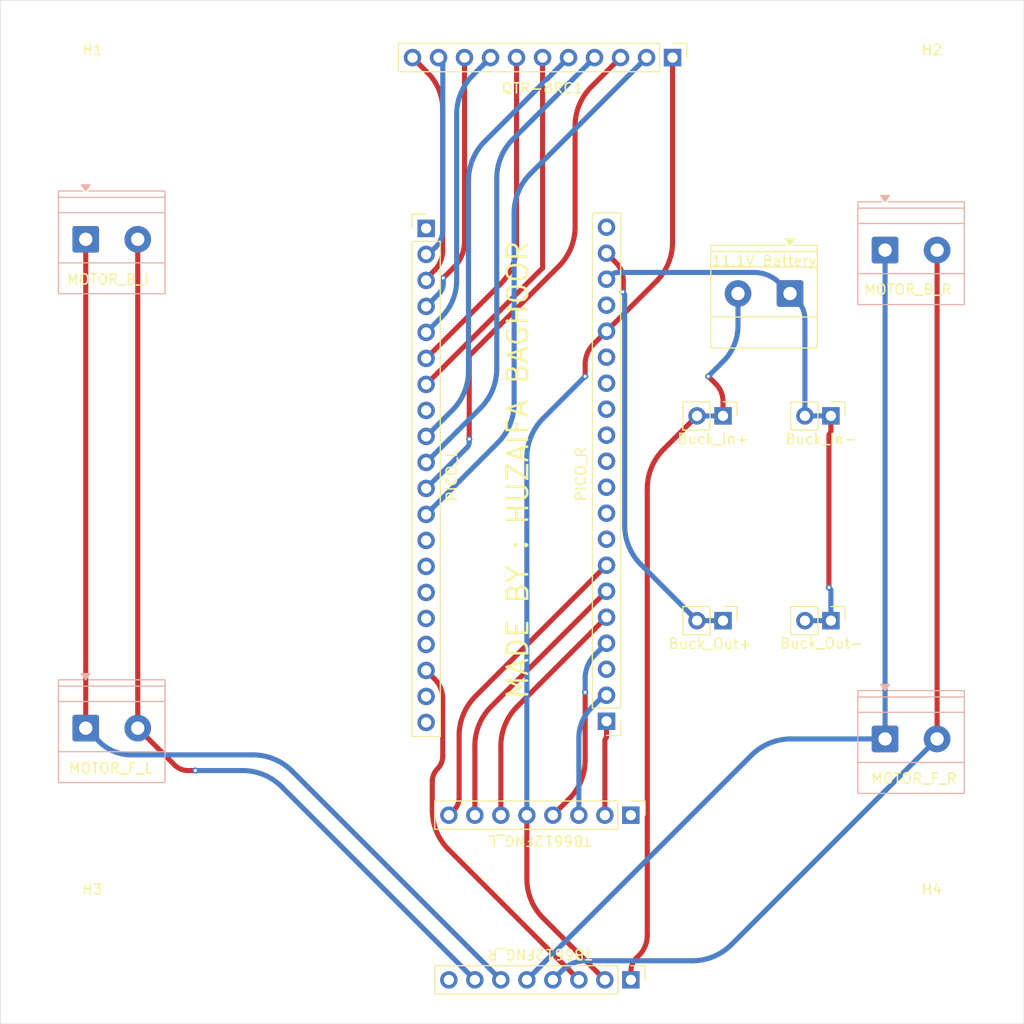
<source format=kicad_pcb>
(kicad_pcb (version 20241229) (generator "pcbnew") (generator_version "9.0")
  (layers (0 "F.Cu" signal) (2 "B.Cu" signal) (13 "F.Paste" user) (15 "B.Paste" user) (5 "F.SilkS" user "F.Silkscreen") (7 "B.SilkS" user "B.Silkscreen") (1 "F.Mask" user) (3 "B.Mask" user) (25 "Edge.Cuts" user))
  (net 0 "")
  (net 1 "VCC")
  (net 2 "GND")
  (net 3 "Net-(MotorBL1-Pin_1)")
  (net 4 "Net-(MotorBR1-Pin_2)")
  (net 5 "Net-(MotorBR1-Pin_1)")
  (net 6 "/BuckOut")
  (net 8 "Net-(PicoL1-Pin_2)")
  (net 10 "Net-(PicoL1-Pin_12)")
  (net 11 "Net-(PicoL1-Pin_10)")
  (net 13 "Net-(PicoL1-Pin_4)")
  (net 14 "Net-(PicoL1-Pin_7)")
  (net 16 "Net-(PicoL1-Pin_6)")
  (net 17 "Net-(PicoL1-Pin_9)")
  (net 20 "Net-(PicoL1-Pin_11)")
  (net 22 "Net-(PicoL1-Pin_5)")
  (net 24 "Net-(PicoR1-Pin_6)")
  (net 25 "Net-(PicoR1-Pin_4)")
  (net 26 "Net-(PicoR1-Pin_5)")
  (net 29 "Net-(PicoR1-Pin_2)")
  (net 33 "/3V3_OUT")
  (net 35 "Net-(PicoR1-Pin_1)")
  (net 36 "Net-(PicoR1-Pin_7)")
  (net 38 "Net-(MotorBL1-Pin_2)")
  (net 39 "GND3")
  (net 41 "GND18")
  (footprint "Connector_PinHeader_2.54mm:PinHeader_1x02_P2.54mm_Vertical" (layer "F.Cu") (at 81.14 60.6 -90)
    (property "Reference" "Buck_OUT-1" (hide yes))
    (property "Value" "Conn_01x02" (hide yes))
    (fp_line (start -1.38 3.92) (end 1.38 3.92) (stroke (width 0.12)) (layer "F.SilkS"))
    (fp_line (start -1.38 1.27) (end -1.38 3.92) (stroke (width 0.12)) (layer "F.SilkS"))
    (fp_line (start -1.38 1.27) (end 1.38 1.27) (stroke (width 0.12)) (layer "F.SilkS"))
    (fp_line (start 1.38 1.27) (end 1.38 3.92) (stroke (width 0.12)) (layer "F.SilkS"))
    (fp_line (start -1.38 0) (end -1.38 -1.38) (stroke (width 0.12)) (layer "F.SilkS"))
    (fp_line (start -1.38 -1.38) (end 0 -1.38) (stroke (width 0.12)) (layer "F.SilkS"))
    (pad "1" thru_hole rect (at 0 0 270) (size 1.7 1.7) (drill 1) (layers "*.Cu" "*.Mask") (net 2 "GND"))
    (pad "2" thru_hole circle (at 0 2.54 270) (size 1.7 1.7) (drill 1) (layers "*.Cu" "*.Mask") (net 2 "GND"))
  )
  (footprint "Connector_PinHeader_2.54mm:PinHeader_1x02_P2.54mm_Vertical" (layer "F.Cu") (at 81.14 40.6 -90)
    (property "Reference" "Buck_IN-1" (hide yes))
    (property "Value" "Conn_01x02" (hide yes))
    (fp_line (start -1.38 3.92) (end 1.38 3.92) (stroke (width 0.12)) (layer "F.SilkS"))
    (fp_line (start -1.38 1.27) (end -1.38 3.92) (stroke (width 0.12)) (layer "F.SilkS"))
    (fp_line (start -1.38 1.27) (end 1.38 1.27) (stroke (width 0.12)) (layer "F.SilkS"))
    (fp_line (start 1.38 1.27) (end 1.38 3.92) (stroke (width 0.12)) (layer "F.SilkS"))
    (fp_line (start -1.38 0) (end -1.38 -1.38) (stroke (width 0.12)) (layer "F.SilkS"))
    (fp_line (start -1.38 -1.38) (end 0 -1.38) (stroke (width 0.12)) (layer "F.SilkS"))
    (pad "1" thru_hole rect (at 0 0 270) (size 1.7 1.7) (drill 1) (layers "*.Cu" "*.Mask") (net 2 "GND"))
    (pad "2" thru_hole circle (at 0 2.54 270) (size 1.7 1.7) (drill 1) (layers "*.Cu" "*.Mask") (net 2 "GND"))
  )
  (footprint "Connector_PinHeader_2.54mm:PinHeader_1x08_P2.54mm_Vertical" (layer "F.Cu") (at 61.6 95.688 -90)
    (property "Reference" "TB6612FNGR1" (hide yes))
    (property "Value" "Conn_01x08" (hide yes))
    (fp_line (start -1.38 19.16) (end 1.38 19.16) (stroke (width 0.12)) (layer "F.SilkS"))
    (fp_line (start -1.38 1.27) (end -1.38 19.16) (stroke (width 0.12)) (layer "F.SilkS"))
    (fp_line (start -1.38 1.27) (end 1.38 1.27) (stroke (width 0.12)) (layer "F.SilkS"))
    (fp_line (start 1.38 1.27) (end 1.38 19.16) (stroke (width 0.12)) (layer "F.SilkS"))
    (fp_line (start -1.38 0) (end -1.38 -1.38) (stroke (width 0.12)) (layer "F.SilkS"))
    (fp_line (start -1.38 -1.38) (end 0 -1.38) (stroke (width 0.12)) (layer "F.SilkS"))
    (pad "1" thru_hole rect (at 0 0 270) (size 1.7 1.7) (drill 1) (layers "*.Cu" "*.Mask") (net 1 "VCC"))
    (pad "2" thru_hole circle (at 0 2.54 270) (size 1.7 1.7) (drill 1) (layers "*.Cu" "*.Mask") (net 33 "/3V3_OUT"))
    (pad "3" thru_hole circle (at 0 5.08 270) (size 1.7 1.7) (drill 1) (layers "*.Cu" "*.Mask") (net 41 "GND18"))
    (pad "4" thru_hole circle (at 0 7.62 270) (size 1.7 1.7) (drill 1) (layers "*.Cu" "*.Mask") (net 4 "Net-(MotorBR1-Pin_2)"))
    (pad "5" thru_hole circle (at 0 10.16 270) (size 1.7 1.7) (drill 1) (layers "*.Cu" "*.Mask") (net 5 "Net-(MotorBR1-Pin_1)"))
    (pad "6" thru_hole circle (at 0 12.7 270) (size 1.7 1.7) (drill 1) (layers "*.Cu" "*.Mask") (net 3 "Net-(MotorBL1-Pin_1)"))
    (pad "7" thru_hole circle (at 0 15.24 270) (size 1.7 1.7) (drill 1) (layers "*.Cu" "*.Mask") (net 38 "Net-(MotorBL1-Pin_2)"))
    (pad "8" thru_hole circle (at 0 17.78 270) (size 1.7 1.7) (drill 1) (layers "*.Cu" "*.Mask"))
  )
  (footprint "MountingHole:MountingHole_3.2mm_M3" (layer "F.Cu") (at 91 9)
    (property "Reference" "H2" (at 0 -4.15 0) (layer "F.SilkS"))
    (property "Value" "MountingHole")
    (pad "" np_thru_hole circle (at 0 0) (size 3.2 3.2) (drill 3.2) (layers "*.Cu" "*.Mask"))
  )
  (footprint "Connector_PinHeader_2.54mm:PinHeader_1x02_P2.54mm_Vertical" (layer "F.Cu") (at 70.6 60.6 -90)
    (property "Reference" "Buck_OUT+1" (hide yes))
    (property "Value" "Conn_01x02" (hide yes))
    (fp_line (start -1.38 3.92) (end 1.38 3.92) (stroke (width 0.12)) (layer "F.SilkS"))
    (fp_line (start -1.38 1.27) (end -1.38 3.92) (stroke (width 0.12)) (layer "F.SilkS"))
    (fp_line (start -1.38 1.27) (end 1.38 1.27) (stroke (width 0.12)) (layer "F.SilkS"))
    (fp_line (start 1.38 1.27) (end 1.38 3.92) (stroke (width 0.12)) (layer "F.SilkS"))
    (fp_line (start -1.38 0) (end -1.38 -1.38) (stroke (width 0.12)) (layer "F.SilkS"))
    (fp_line (start -1.38 -1.38) (end 0 -1.38) (stroke (width 0.12)) (layer "F.SilkS"))
    (pad "1" thru_hole rect (at 0 0 270) (size 1.7 1.7) (drill 1) (layers "*.Cu" "*.Mask") (net 6 "/BuckOut"))
    (pad "2" thru_hole circle (at 0 2.54 270) (size 1.7 1.7) (drill 1) (layers "*.Cu" "*.Mask") (net 6 "/BuckOut"))
  )
  (footprint "Connector_PinHeader_2.54mm:PinHeader_1x20_P2.54mm_Vertical" (layer "F.Cu") (at 59.22 70.4266 180)
    (property "Reference" "PicoR1" (hide yes))
    (property "Value" "Conn_01x20" (hide yes))
    (fp_line (start 1.38 1.27) (end 1.38 49.64) (stroke (width 0.12)) (layer "F.SilkS"))
    (fp_line (start -1.38 49.64) (end 1.38 49.64) (stroke (width 0.12)) (layer "F.SilkS"))
    (fp_line (start -1.38 1.27) (end 1.38 1.27) (stroke (width 0.12)) (layer "F.SilkS"))
    (fp_line (start -1.38 1.27) (end -1.38 49.64) (stroke (width 0.12)) (layer "F.SilkS"))
    (fp_line (start -1.38 0) (end -1.38 -1.38) (stroke (width 0.12)) (layer "F.SilkS"))
    (fp_line (start -1.38 -1.38) (end 0 -1.38) (stroke (width 0.12)) (layer "F.SilkS"))
    (pad "1" thru_hole rect (at 0 0 180) (size 1.7 1.7) (drill 1) (layers "*.Cu" "*.Mask") (net 35 "Net-(PicoR1-Pin_1)"))
    (pad "2" thru_hole circle (at 0 2.54 180) (size 1.7 1.7) (drill 1) (layers "*.Cu" "*.Mask") (net 29 "Net-(PicoR1-Pin_2)"))
    (pad "3" thru_hole circle (at 0 5.08 180) (size 1.7 1.7) (drill 1) (layers "*.Cu" "*.Mask"))
    (pad "4" thru_hole circle (at 0 7.62 180) (size 1.7 1.7) (drill 1) (layers "*.Cu" "*.Mask") (net 25 "Net-(PicoR1-Pin_4)"))
    (pad "5" thru_hole circle (at 0 10.16 180) (size 1.7 1.7) (drill 1) (layers "*.Cu" "*.Mask") (net 26 "Net-(PicoR1-Pin_5)"))
    (pad "6" thru_hole circle (at 0 12.7 180) (size 1.7 1.7) (drill 1) (layers "*.Cu" "*.Mask") (net 24 "Net-(PicoR1-Pin_6)"))
    (pad "7" thru_hole circle (at 0 15.24 180) (size 1.7 1.7) (drill 1) (layers "*.Cu" "*.Mask") (net 36 "Net-(PicoR1-Pin_7)"))
    (pad "8" thru_hole circle (at 0 17.78 180) (size 1.7 1.7) (drill 1) (layers "*.Cu" "*.Mask"))
    (pad "9" thru_hole circle (at 0 20.32 180) (size 1.7 1.7) (drill 1) (layers "*.Cu" "*.Mask"))
    (pad "10" thru_hole circle (at 0 22.86 180) (size 1.7 1.7) (drill 1) (layers "*.Cu" "*.Mask"))
    (pad "11" thru_hole circle (at 0 25.4 180) (size 1.7 1.7) (drill 1) (layers "*.Cu" "*.Mask"))
    (pad "12" thru_hole circle (at 0 27.94 180) (size 1.7 1.7) (drill 1) (layers "*.Cu" "*.Mask"))
    (pad "13" thru_hole circle (at 0 30.48 180) (size 1.7 1.7) (drill 1) (layers "*.Cu" "*.Mask"))
    (pad "14" thru_hole circle (at 0 33.02 180) (size 1.7 1.7) (drill 1) (layers "*.Cu" "*.Mask"))
    (pad "15" thru_hole circle (at 0 35.56 180) (size 1.7 1.7) (drill 1) (layers "*.Cu" "*.Mask"))
    (pad "16" thru_hole circle (at 0 38.1 180) (size 1.7 1.7) (drill 1) (layers "*.Cu" "*.Mask") (net 33 "/3V3_OUT"))
    (pad "17" thru_hole circle (at 0 40.64 180) (size 1.7 1.7) (drill 1) (layers "*.Cu" "*.Mask"))
    (pad "18" thru_hole circle (at 0 43.18 180) (size 1.7 1.7) (drill 1) (layers "*.Cu" "*.Mask") (net 2 "GND"))
    (pad "19" thru_hole circle (at 0 45.72 180) (size 1.7 1.7) (drill 1) (layers "*.Cu" "*.Mask") (net 6 "/BuckOut"))
    (pad "20" thru_hole circle (at 0 48.26 180) (size 1.7 1.7) (drill 1) (layers "*.Cu" "*.Mask"))
  )
  (footprint "MountingHole:MountingHole_3.2mm_M3" (layer "F.Cu") (at 91 91)
    (property "Reference" "H4" (at 0 -4.15 0) (layer "F.SilkS"))
    (property "Value" "MountingHole")
    (pad "" np_thru_hole circle (at 0 0) (size 3.2 3.2) (drill 3.2) (layers "*.Cu" "*.Mask"))
  )
  (footprint "Connector_PinHeader_2.54mm:PinHeader_1x08_P2.54mm_Vertical" (layer "F.Cu") (at 61.6 79.6 -90)
    (property "Reference" "TB6612FNGL1" (hide yes))
    (property "Value" "Conn_01x08" (hide yes))
    (fp_line (start -1.38 19.16) (end 1.38 19.16) (stroke (width 0.12)) (layer "F.SilkS"))
    (fp_line (start -1.38 1.27) (end -1.38 19.16) (stroke (width 0.12)) (layer "F.SilkS"))
    (fp_line (start -1.38 1.27) (end 1.38 1.27) (stroke (width 0.12)) (layer "F.SilkS"))
    (fp_line (start 1.38 1.27) (end 1.38 19.16) (stroke (width 0.12)) (layer "F.SilkS"))
    (fp_line (start -1.38 0) (end -1.38 -1.38) (stroke (width 0.12)) (layer "F.SilkS"))
    (fp_line (start -1.38 -1.38) (end 0 -1.38) (stroke (width 0.12)) (layer "F.SilkS"))
    (pad "1" thru_hole rect (at 0 0 270) (size 1.7 1.7) (drill 1) (layers "*.Cu" "*.Mask"))
    (pad "2" thru_hole circle (at 0 2.54 270) (size 1.7 1.7) (drill 1) (layers "*.Cu" "*.Mask") (net 35 "Net-(PicoR1-Pin_1)"))
    (pad "3" thru_hole circle (at 0 5.08 270) (size 1.7 1.7) (drill 1) (layers "*.Cu" "*.Mask") (net 29 "Net-(PicoR1-Pin_2)"))
    (pad "4" thru_hole circle (at 0 7.62 270) (size 1.7 1.7) (drill 1) (layers "*.Cu" "*.Mask") (net 25 "Net-(PicoR1-Pin_4)"))
    (pad "5" thru_hole circle (at 0 10.16 270) (size 1.7 1.7) (drill 1) (layers "*.Cu" "*.Mask") (net 33 "/3V3_OUT"))
    (pad "6" thru_hole circle (at 0 12.7 270) (size 1.7 1.7) (drill 1) (layers "*.Cu" "*.Mask") (net 26 "Net-(PicoR1-Pin_5)"))
    (pad "7" thru_hole circle (at 0 15.24 270) (size 1.7 1.7) (drill 1) (layers "*.Cu" "*.Mask") (net 24 "Net-(PicoR1-Pin_6)"))
    (pad "8" thru_hole circle (at 0 17.78 270) (size 1.7 1.7) (drill 1) (layers "*.Cu" "*.Mask") (net 36 "Net-(PicoR1-Pin_7)"))
  )
  (footprint "Connector_PinHeader_2.54mm:PinHeader_1x11_P2.54mm_Vertical" (layer "F.Cu") (at 65.6702 5.6 -90)
    (property "Reference" "QTR-8RC1" (hide yes))
    (property "Value" "Conn_01x11" (hide yes))
    (fp_line (start -1.38 26.78) (end 1.38 26.78) (stroke (width 0.12)) (layer "F.SilkS"))
    (fp_line (start -1.38 1.27) (end -1.38 26.78) (stroke (width 0.12)) (layer "F.SilkS"))
    (fp_line (start -1.38 1.27) (end 1.38 1.27) (stroke (width 0.12)) (layer "F.SilkS"))
    (fp_line (start 1.38 1.27) (end 1.38 26.78) (stroke (width 0.12)) (layer "F.SilkS"))
    (fp_line (start -1.38 0) (end -1.38 -1.38) (stroke (width 0.12)) (layer "F.SilkS"))
    (fp_line (start -1.38 -1.38) (end 0 -1.38) (stroke (width 0.12)) (layer "F.SilkS"))
    (pad "1" thru_hole rect (at 0 0 270) (size 1.7 1.7) (drill 1) (layers "*.Cu" "*.Mask") (net 33 "/3V3_OUT"))
    (pad "2" thru_hole circle (at 0 2.54 270) (size 1.7 1.7) (drill 1) (layers "*.Cu" "*.Mask") (net 10 "Net-(PicoL1-Pin_12)"))
    (pad "3" thru_hole circle (at 0 5.08 270) (size 1.7 1.7) (drill 1) (layers "*.Cu" "*.Mask") (net 20 "Net-(PicoL1-Pin_11)"))
    (pad "4" thru_hole circle (at 0 7.62 270) (size 1.7 1.7) (drill 1) (layers "*.Cu" "*.Mask") (net 11 "Net-(PicoL1-Pin_10)"))
    (pad "5" thru_hole circle (at 0 10.16 270) (size 1.7 1.7) (drill 1) (layers "*.Cu" "*.Mask") (net 17 "Net-(PicoL1-Pin_9)"))
    (pad "6" thru_hole circle (at 0 12.7 270) (size 1.7 1.7) (drill 1) (layers "*.Cu" "*.Mask") (net 14 "Net-(PicoL1-Pin_7)"))
    (pad "7" thru_hole circle (at 0 15.24 270) (size 1.7 1.7) (drill 1) (layers "*.Cu" "*.Mask") (net 16 "Net-(PicoL1-Pin_6)"))
    (pad "8" thru_hole circle (at 0 17.78 270) (size 1.7 1.7) (drill 1) (layers "*.Cu" "*.Mask") (net 22 "Net-(PicoL1-Pin_5)"))
    (pad "9" thru_hole circle (at 0 20.32 270) (size 1.7 1.7) (drill 1) (layers "*.Cu" "*.Mask") (net 13 "Net-(PicoL1-Pin_4)"))
    (pad "10" thru_hole circle (at 0 22.86 270) (size 1.7 1.7) (drill 1) (layers "*.Cu" "*.Mask") (net 8 "Net-(PicoL1-Pin_2)"))
    (pad "11" thru_hole circle (at 0 25.4 270) (size 1.7 1.7) (drill 1) (layers "*.Cu" "*.Mask") (net 39 "GND3"))
  )
  (footprint "MountingHole:MountingHole_3.2mm_M3" (layer "F.Cu") (at 9 9)
    (property "Reference" "H1" (at 0 -4.15 0) (layer "F.SilkS"))
    (property "Value" "MountingHole")
    (pad "" np_thru_hole circle (at 0 0) (size 3.2 3.2) (drill 3.2) (layers "*.Cu" "*.Mask"))
  )
  (footprint "MountingHole:MountingHole_3.2mm_M3" (layer "F.Cu") (at 9 91)
    (property "Reference" "H3" (at 0 -4.15 0) (layer "F.SilkS"))
    (property "Value" "MountingHole")
    (pad "" np_thru_hole circle (at 0 0) (size 3.2 3.2) (drill 3.2) (layers "*.Cu" "*.Mask"))
  )
  (footprint "Connector_PinHeader_2.54mm:PinHeader_1x02_P2.54mm_Vertical" (layer "F.Cu") (at 70.6 40.6 -90)
    (property "Reference" "Buck_IN+1" (hide yes))
    (property "Value" "Conn_01x02" (hide yes))
    (fp_line (start -1.38 3.92) (end 1.38 3.92) (stroke (width 0.12)) (layer "F.SilkS"))
    (fp_line (start -1.38 1.27) (end -1.38 3.92) (stroke (width 0.12)) (layer "F.SilkS"))
    (fp_line (start -1.38 1.27) (end 1.38 1.27) (stroke (width 0.12)) (layer "F.SilkS"))
    (fp_line (start 1.38 1.27) (end 1.38 3.92) (stroke (width 0.12)) (layer "F.SilkS"))
    (fp_line (start -1.38 0) (end -1.38 -1.38) (stroke (width 0.12)) (layer "F.SilkS"))
    (fp_line (start -1.38 -1.38) (end 0 -1.38) (stroke (width 0.12)) (layer "F.SilkS"))
    (pad "1" thru_hole rect (at 0 0 270) (size 1.7 1.7) (drill 1) (layers "*.Cu" "*.Mask") (net 1 "VCC"))
    (pad "2" thru_hole circle (at 0 2.54 270) (size 1.7 1.7) (drill 1) (layers "*.Cu" "*.Mask") (net 1 "VCC"))
  )
  (footprint "TerminalBlock_Phoenix:TerminalBlock_Phoenix_MKDS-1,5-2-5.08_1x02_P5.08mm_Horizontal" (layer "F.Cu") (at 77.145 28.646 180)
    (property "Reference" "Battery1" (hide yes))
    (property "Value" "Conn_01x02" (hide yes))
    (fp_line (start 7.74 4.72) (end 0.3 4.72) (stroke (width 0.12)) (layer "F.SilkS"))
    (fp_line (start 7.74 -5.32) (end 7.74 4.72) (stroke (width 0.12)) (layer "F.SilkS"))
    (fp_line (start -0.3 4.72) (end -2.66 4.72) (stroke (width 0.12)) (layer "F.SilkS"))
    (fp_line (start -2.66 4.72) (end -2.66 -5.32) (stroke (width 0.12)) (layer "F.SilkS"))
    (fp_line (start -2.66 4.1) (end 7.74 4.1) (stroke (width 0.12)) (layer "F.SilkS"))
    (fp_line (start -2.66 2.6) (end 7.74 2.6) (stroke (width 0.12)) (layer "F.SilkS"))
    (fp_line (start -2.66 -2.3) (end 7.74 -2.3) (stroke (width 0.12)) (layer "F.SilkS"))
    (fp_line (start -2.66 -5.32) (end 7.74 -5.32) (stroke (width 0.12)) (layer "F.SilkS"))
    (fp_poly (pts (xy 0 4.72) (xy 0.44 5.33) (xy -0.44 5.33)) (stroke (width 0.12)) (fill yes) (layer "F.SilkS"))
    (pad "1" thru_hole roundrect (at 0 0 180) (size 2.6 2.6) (drill 1.3) (layers "*.Cu" "*.Mask") (roundrect_rratio 0.096154) (net 2 "GND"))
    (pad "2" thru_hole circle (at 5.08 0 180) (size 2.6 2.6) (drill 1.3) (layers "*.Cu" "*.Mask") (net 1 "VCC"))
  )
  (footprint "Connector_PinHeader_2.54mm:PinHeader_1x20_P2.54mm_Vertical" (layer "F.Cu") (at 41.6 22.2866)
    (property "Reference" "PicoL1" (hide yes))
    (property "Value" "Conn_01x20" (hide yes))
    (fp_line (start -1.38 -1.38) (end 0 -1.38) (stroke (width 0.12)) (layer "F.SilkS"))
    (fp_line (start -1.38 0) (end -1.38 -1.38) (stroke (width 0.12)) (layer "F.SilkS"))
    (fp_line (start -1.38 1.27) (end -1.38 49.64) (stroke (width 0.12)) (layer "F.SilkS"))
    (fp_line (start -1.38 1.27) (end 1.38 1.27) (stroke (width 0.12)) (layer "F.SilkS"))
    (fp_line (start -1.38 49.64) (end 1.38 49.64) (stroke (width 0.12)) (layer "F.SilkS"))
    (fp_line (start 1.38 1.27) (end 1.38 49.64) (stroke (width 0.12)) (layer "F.SilkS"))
    (pad "1" thru_hole rect (at 0 0) (size 1.7 1.7) (drill 1) (layers "*.Cu" "*.Mask"))
    (pad "2" thru_hole circle (at 0 2.54) (size 1.7 1.7) (drill 1) (layers "*.Cu" "*.Mask") (net 8 "Net-(PicoL1-Pin_2)"))
    (pad "3" thru_hole circle (at 0 5.08) (size 1.7 1.7) (drill 1) (layers "*.Cu" "*.Mask") (net 39 "GND3"))
    (pad "4" thru_hole circle (at 0 7.62) (size 1.7 1.7) (drill 1) (layers "*.Cu" "*.Mask") (net 13 "Net-(PicoL1-Pin_4)"))
    (pad "5" thru_hole circle (at 0 10.16) (size 1.7 1.7) (drill 1) (layers "*.Cu" "*.Mask") (net 22 "Net-(PicoL1-Pin_5)"))
    (pad "6" thru_hole circle (at 0 12.7) (size 1.7 1.7) (drill 1) (layers "*.Cu" "*.Mask") (net 16 "Net-(PicoL1-Pin_6)"))
    (pad "7" thru_hole circle (at 0 15.24) (size 1.7 1.7) (drill 1) (layers "*.Cu" "*.Mask") (net 14 "Net-(PicoL1-Pin_7)"))
    (pad "8" thru_hole circle (at 0 17.78) (size 1.7 1.7) (drill 1) (layers "*.Cu" "*.Mask"))
    (pad "9" thru_hole circle (at 0 20.32) (size 1.7 1.7) (drill 1) (layers "*.Cu" "*.Mask") (net 17 "Net-(PicoL1-Pin_9)"))
    (pad "10" thru_hole circle (at 0 22.86) (size 1.7 1.7) (drill 1) (layers "*.Cu" "*.Mask") (net 11 "Net-(PicoL1-Pin_10)"))
    (pad "11" thru_hole circle (at 0 25.4) (size 1.7 1.7) (drill 1) (layers "*.Cu" "*.Mask") (net 20 "Net-(PicoL1-Pin_11)"))
    (pad "12" thru_hole circle (at 0 27.94) (size 1.7 1.7) (drill 1) (layers "*.Cu" "*.Mask") (net 10 "Net-(PicoL1-Pin_12)"))
    (pad "13" thru_hole circle (at 0 30.48) (size 1.7 1.7) (drill 1) (layers "*.Cu" "*.Mask"))
    (pad "14" thru_hole circle (at 0 33.02) (size 1.7 1.7) (drill 1) (layers "*.Cu" "*.Mask"))
    (pad "15" thru_hole circle (at 0 35.56) (size 1.7 1.7) (drill 1) (layers "*.Cu" "*.Mask"))
    (pad "16" thru_hole circle (at 0 38.1) (size 1.7 1.7) (drill 1) (layers "*.Cu" "*.Mask"))
    (pad "17" thru_hole circle (at 0 40.64) (size 1.7 1.7) (drill 1) (layers "*.Cu" "*.Mask"))
    (pad "18" thru_hole circle (at 0 43.18) (size 1.7 1.7) (drill 1) (layers "*.Cu" "*.Mask") (net 41 "GND18"))
    (pad "19" thru_hole circle (at 0 45.72) (size 1.7 1.7) (drill 1) (layers "*.Cu" "*.Mask"))
    (pad "20" thru_hole circle (at 0 48.26) (size 1.7 1.7) (drill 1) (layers "*.Cu" "*.Mask"))
  )
  (footprint "TerminalBlock_Phoenix:TerminalBlock_Phoenix_MKDS-1,5-2-5.08_1x02_P5.08mm_Horizontal" (layer "B.Cu") (at 86.43 72.155)
    (property "Reference" "MotorFR1" (hide yes))
    (property "Value" "Conn_01x02" (hide yes))
    (fp_line (start -2.66 -4.72) (end -2.66 5.32) (stroke (width 0.12)) (layer "B.SilkS"))
    (fp_line (start -2.66 -4.1) (end 7.74 -4.1) (stroke (width 0.12)) (layer "B.SilkS"))
    (fp_line (start -2.66 -2.6) (end 7.74 -2.6) (stroke (width 0.12)) (layer "B.SilkS"))
    (fp_line (start -2.66 2.3) (end 7.74 2.3) (stroke (width 0.12)) (layer "B.SilkS"))
    (fp_line (start -2.66 5.32) (end 7.74 5.32) (stroke (width 0.12)) (layer "B.SilkS"))
    (fp_line (start -0.3 -4.72) (end -2.66 -4.72) (stroke (width 0.12)) (layer "B.SilkS"))
    (fp_line (start 7.74 -4.72) (end 0.3 -4.72) (stroke (width 0.12)) (layer "B.SilkS"))
    (fp_line (start 7.74 5.32) (end 7.74 -4.72) (stroke (width 0.12)) (layer "B.SilkS"))
    (fp_poly (pts (xy 0 -4.72) (xy 0.44 -5.33) (xy -0.44 -5.33)) (stroke (width 0.12)) (fill yes) (layer "B.SilkS"))
    (pad "1" thru_hole roundrect (at 0 0) (size 2.6 2.6) (drill 1.3) (layers "*.Cu" "*.Mask") (roundrect_rratio 0.096154) (net 5 "Net-(MotorBR1-Pin_1)"))
    (pad "2" thru_hole circle (at 5.08 0) (size 2.6 2.6) (drill 1.3) (layers "*.Cu" "*.Mask") (net 4 "Net-(MotorBR1-Pin_2)"))
  )
  (footprint "TerminalBlock_Phoenix:TerminalBlock_Phoenix_MKDS-1,5-2-5.08_1x02_P5.08mm_Horizontal" (layer "B.Cu") (at 86.43 24.405)
    (property "Reference" "MotorBR1" (hide yes))
    (property "Value" "Conn_01x02" (hide yes))
    (fp_line (start -2.66 -4.72) (end -2.66 5.32) (stroke (width 0.12)) (layer "B.SilkS"))
    (fp_line (start -2.66 -4.1) (end 7.74 -4.1) (stroke (width 0.12)) (layer "B.SilkS"))
    (fp_line (start -2.66 -2.6) (end 7.74 -2.6) (stroke (width 0.12)) (layer "B.SilkS"))
    (fp_line (start -2.66 2.3) (end 7.74 2.3) (stroke (width 0.12)) (layer "B.SilkS"))
    (fp_line (start -2.66 5.32) (end 7.74 5.32) (stroke (width 0.12)) (layer "B.SilkS"))
    (fp_line (start -0.3 -4.72) (end -2.66 -4.72) (stroke (width 0.12)) (layer "B.SilkS"))
    (fp_line (start 7.74 -4.72) (end 0.3 -4.72) (stroke (width 0.12)) (layer "B.SilkS"))
    (fp_line (start 7.74 5.32) (end 7.74 -4.72) (stroke (width 0.12)) (layer "B.SilkS"))
    (fp_poly (pts (xy 0 -4.72) (xy 0.44 -5.33) (xy -0.44 -5.33)) (stroke (width 0.12)) (fill yes) (layer "B.SilkS"))
    (pad "1" thru_hole roundrect (at 0 0) (size 2.6 2.6) (drill 1.3) (layers "*.Cu" "*.Mask") (roundrect_rratio 0.096154) (net 5 "Net-(MotorBR1-Pin_1)"))
    (pad "2" thru_hole circle (at 5.08 0) (size 2.6 2.6) (drill 1.3) (layers "*.Cu" "*.Mask") (net 4 "Net-(MotorBR1-Pin_2)"))
  )
  (footprint "TerminalBlock_Phoenix:TerminalBlock_Phoenix_MKDS-1,5-2-5.08_1x02_P5.08mm_Horizontal" (layer "B.Cu") (at 8.35 71.1)
    (property "Reference" "MotorFL1" (hide yes))
    (property "Value" "Conn_01x02" (hide yes))
    (fp_line (start -2.66 -4.72) (end -2.66 5.32) (stroke (width 0.12)) (layer "B.SilkS"))
    (fp_line (start -2.66 -4.1) (end 7.74 -4.1) (stroke (width 0.12)) (layer "B.SilkS"))
    (fp_line (start -2.66 -2.6) (end 7.74 -2.6) (stroke (width 0.12)) (layer "B.SilkS"))
    (fp_line (start -2.66 2.3) (end 7.74 2.3) (stroke (width 0.12)) (layer "B.SilkS"))
    (fp_line (start -2.66 5.32) (end 7.74 5.32) (stroke (width 0.12)) (layer "B.SilkS"))
    (fp_line (start -0.3 -4.72) (end -2.66 -4.72) (stroke (width 0.12)) (layer "B.SilkS"))
    (fp_line (start 7.74 -4.72) (end 0.3 -4.72) (stroke (width 0.12)) (layer "B.SilkS"))
    (fp_line (start 7.74 5.32) (end 7.74 -4.72) (stroke (width 0.12)) (layer "B.SilkS"))
    (fp_poly (pts (xy 0 -4.72) (xy 0.44 -5.33) (xy -0.44 -5.33)) (stroke (width 0.12)) (fill yes) (layer "B.SilkS"))
    (pad "1" thru_hole roundrect (at 0 0) (size 2.6 2.6) (drill 1.3) (layers "*.Cu" "*.Mask") (roundrect_rratio 0.096154) (net 3 "Net-(MotorBL1-Pin_1)"))
    (pad "2" thru_hole circle (at 5.08 0) (size 2.6 2.6) (drill 1.3) (layers "*.Cu" "*.Mask") (net 38 "Net-(MotorBL1-Pin_2)"))
  )
  (footprint "TerminalBlock_Phoenix:TerminalBlock_Phoenix_MKDS-1,5-2-5.08_1x02_P5.08mm_Horizontal" (layer "B.Cu") (at 8.35 23.35)
    (property "Reference" "MotorBL1" (hide yes))
    (property "Value" "Conn_01x02" (hide yes))
    (fp_line (start -2.66 -4.72) (end -2.66 5.32) (stroke (width 0.12)) (layer "B.SilkS"))
    (fp_line (start -2.66 -4.1) (end 7.74 -4.1) (stroke (width 0.12)) (layer "B.SilkS"))
    (fp_line (start -2.66 -2.6) (end 7.74 -2.6) (stroke (width 0.12)) (layer "B.SilkS"))
    (fp_line (start -2.66 2.3) (end 7.74 2.3) (stroke (width 0.12)) (layer "B.SilkS"))
    (fp_line (start -2.66 5.32) (end 7.74 5.32) (stroke (width 0.12)) (layer "B.SilkS"))
    (fp_line (start -0.3 -4.72) (end -2.66 -4.72) (stroke (width 0.12)) (layer "B.SilkS"))
    (fp_line (start 7.74 -4.72) (end 0.3 -4.72) (stroke (width 0.12)) (layer "B.SilkS"))
    (fp_line (start 7.74 5.32) (end 7.74 -4.72) (stroke (width 0.12)) (layer "B.SilkS"))
    (fp_poly (pts (xy 0 -4.72) (xy 0.44 -5.33) (xy -0.44 -5.33)) (stroke (width 0.12)) (fill yes) (layer "B.SilkS"))
    (pad "1" thru_hole roundrect (at 0 0) (size 2.6 2.6) (drill 1.3) (layers "*.Cu" "*.Mask") (roundrect_rratio 0.096154) (net 3 "Net-(MotorBL1-Pin_1)"))
    (pad "2" thru_hole circle (at 5.08 0) (size 2.6 2.6) (drill 1.3) (layers "*.Cu" "*.Mask") (net 38 "Net-(MotorBL1-Pin_2)"))
  )
  (gr_rect (start 0 0) (end 100 100) (stroke (width 0.05)) (fill no) (layer "Edge.Cuts"))
  (gr_text "Buck_In-" (at 80.1633 42.8585 0) (layer "F.SilkS") (effects (font (size 1 1))))
  (gr_text "PICO_L" (at 44.1 46.4166 90) (layer "F.SilkS") (effects (font (size 1 1))))
  (gr_text "QTR-8RC1" (at 52.9702 8.6 0) (layer "F.SilkS") (effects (font (size 1 1))))
  (gr_text "Buck_Out-" (at 80.2133 62.8185 0) (layer "F.SilkS") (effects (font (size 1 1))))
  (gr_text "Buck_Out+" (at 69.329995 62.8585 0) (layer "F.SilkS") (effects (font (size 1 1))))
  (gr_text "TB6612FNG_R" (at 52.709995 93.187973 180) (layer "F.SilkS") (effects (font (size 1 1))))
  (gr_text "MOTOR_B_R\n" (at 84.2986 28.85 0) (layer "F.SilkS") (effects (font (size 1 1)) (justify left bottom)))
  (gr_text "TB6612FNG_L" (at 52.709995 82.099973 180) (layer "F.SilkS") (effects (font (size 1 1))))
  (gr_text "11.1V Battery" (at 74.6 25.45 0) (layer "F.SilkS") (effects (font (size 1 1))))
  (gr_text "MOTOR_B_l" (at 6.43 27.85 0) (layer "F.SilkS") (effects (font (size 1 1)) (justify left bottom)))
  (gr_text "MADE BY : HUZAIFA BAGHOOR" (at 51.72 68.4266 90) (layer "F.SilkS") (effects (font (size 2 2) (thickness 0.25)) (justify left bottom)))
  (gr_text "MOTOR_F_R" (at 84.9686 76.6 0) (layer "F.SilkS") (effects (font (size 1 1)) (justify left bottom)))
  (gr_text "Buck_In+" (at 69.6233 42.8585 0) (layer "F.SilkS") (effects (font (size 1 1))))
  (gr_text "MOTOR_F_L" (at 6.6 75.6 0) (layer "F.SilkS") (effects (font (size 1 1)) (justify left bottom)))
  (gr_text "PICO_R" (at 56.72 46.2966 90) (layer "F.SilkS") (effects (font (size 1 1))))
  (segment (start 64.795492 43.864507) (end 68.06 40.6) (width 0.5) (layer "F.Cu") (net 1))
  (segment (start 63.2017 47.712263) (end 63.2017 91.352027) (width 0.5) (layer "F.Cu") (net 1))
  (segment (start 62.166286 93.520013) (end 62.40085 93.28545) (width 0.5) (layer "F.Cu") (net 1))
  (segment (start 69.87845 37.45885) (end 69.1569 36.7373) (width 0.5) (layer "F.Cu") (net 1))
  (segment (start 61.6 94.88715) (end 61.6 95.688) (width 0.5) (layer "F.Cu") (net 1))
  (segment (start 70.6 39.200825) (end 70.6 40.6) (width 0.5) (layer "F.Cu") (net 1))
  (via (at 69.1569 36.7373) (size 0.6) (drill 0.3) (layers "F.Cu" "B.Cu") (net 1))
  (arc (start 63.2017 91.352027) (mid 62.993565 92.398388) (end 62.40085 93.28545) (width 0.5) (layer "F.Cu") (net 1))
  (arc (start 69.87845 37.45885) (mid 70.412475 38.258075) (end 70.6 39.200825) (width 0.5) (layer "F.Cu") (net 1))
  (arc (start 64.795492 43.864507) (mid 63.615913 45.629872) (end 63.2017 47.712263) (width 0.5) (layer "F.Cu") (net 1))
  (arc (start 62.166286 93.520013) (mid 61.747172 94.14726) (end 61.6 94.88715) (width 0.5) (layer "F.Cu") (net 1))
  (segment (start 69.1569 36.7373) (end 70.61095 35.28325) (width 0.5) (layer "B.Cu") (net 1))
  (segment (start 72.065 31.772862) (end 72.065 28.646) (width 0.5) (layer "B.Cu") (net 1))
  (segment (start 70.6 40.6) (end 68.06 40.6) (width 0.5) (layer "B.Cu") (net 1))
  (arc (start 72.065 31.772862) (mid 71.687104 33.67267) (end 70.61095 35.28325) (width 0.5) (layer "B.Cu") (net 1))
  (segment (start 80.9453 57.367) (end 80.9453 42.534073) (width 0.5) (layer "F.Cu") (net 2))
  (segment (start 81.14 42.064026) (end 81.14 40.6) (width 0.5) (layer "F.Cu") (net 2))
  (via (at 80.9453 57.367) (size 0.6) (drill 0.3) (layers "F.Cu" "B.Cu") (net 2))
  (arc (start 81.14 42.064026) (mid 81.114699 42.19122) (end 81.04265 42.29905) (width 0.5) (layer "F.Cu") (net 2))
  (arc (start 81.04265 42.29905) (mid 80.9706 42.406879) (end 80.9453 42.534073) (width 0.5) (layer "F.Cu") (net 2))
  (segment (start 60.343959 26.5882) (end 73.632115 26.5882) (width 0.5) (layer "B.Cu") (net 2))
  (segment (start 79.92175 40.6) (end 81.14 40.6) (width 0.5) (layer "B.Cu") (net 2))
  (segment (start 79.92175 40.6) (end 79.81825 40.6) (width 0.5) (layer "B.Cu") (net 2))
  (segment (start 79.81825 40.6) (end 79.71475 40.6) (width 0.5) (layer "B.Cu") (net 2))
  (segment (start 81.14 57.699373) (end 81.14 60.6) (width 0.5) (layer "B.Cu") (net 2))
  (segment (start 81.14 60.6) (end 78.6 60.6) (width 0.5) (layer "B.Cu") (net 2))
  (segment (start 76.4175 27.9185) (end 77.8725 29.3735) (width 0.5) (layer "B.Cu") (net 2))
  (segment (start 76.4175 27.9185) (end 76.1161 27.6171) (width 0.5) (layer "B.Cu") (net 2))
  (segment (start 78.6 40.6) (end 78.6 31.12984) (width 0.5) (layer "B.Cu") (net 2))
  (segment (start 59.5492 26.9174) (end 59.22 27.2466) (width 0.5) (layer "B.Cu") (net 2))
  (segment (start 78.6 40.6) (end 79.71475 40.6) (width 0.5) (layer "B.Cu") (net 2))
  (segment (start 81.04265 57.46435) (end 80.9453 57.367) (width 0.5) (layer "B.Cu") (net 2))
  (arc (start 81.04265 57.46435) (mid 81.114699 57.572179) (end 81.14 57.699373) (width 0.5) (layer "B.Cu") (net 2))
  (arc (start 77.8725 29.3735) (mid 78.410928 30.179315) (end 78.6 31.12984) (width 0.5) (layer "B.Cu") (net 2))
  (arc (start 76.1161 27.6171) (mid 74.976438 26.855602) (end 73.632115 26.5882) (width 0.5) (layer "B.Cu") (net 2))
  (arc (start 60.343959 26.5882) (mid 59.913838 26.673756) (end 59.5492 26.9174) (width 0.5) (layer "B.Cu") (net 2))
  (segment (start 8.35 23.35) (end 8.35 71.1) (width 0.5) (layer "F.Cu") (net 3))
  (segment (start 9.656 72.406) (end 8.35 71.1) (width 0.5) (layer "B.Cu") (net 3))
  (segment (start 28.517792 75.305792) (end 48.9 95.688) (width 0.5) (layer "B.Cu") (net 3))
  (segment (start 12.808962 73.712) (end 24.670036 73.712) (width 0.5) (layer "B.Cu") (net 3))
  (arc (start 28.517792 75.305792) (mid 26.752426 74.126213) (end 24.670036 73.712) (width 0.5) (layer "B.Cu") (net 3))
  (arc (start 9.656 72.406) (mid 11.102591 73.372581) (end 12.808962 73.712) (width 0.5) (layer "B.Cu") (net 3))
  (segment (start 91.51 72.155) (end 91.51 24.405) (width 0.5) (layer "F.Cu") (net 4))
  (segment (start 67.587336 93.8237) (end 57.162559 93.8237) (width 0.5) (layer "B.Cu") (net 4))
  (segment (start 71.435092 92.229907) (end 91.51 72.155) (width 0.5) (layer "B.Cu") (net 4))
  (segment (start 54.91215 94.75585) (end 53.98 95.688) (width 0.5) (layer "B.Cu") (net 4))
  (arc (start 71.435092 92.229907) (mid 69.669726 93.409486) (end 67.587336 93.8237) (width 0.5) (layer "B.Cu") (net 4))
  (arc (start 57.162559 93.8237) (mid 55.944646 94.065957) (end 54.91215 94.75585) (width 0.5) (layer "B.Cu") (net 4))
  (segment (start 86.43 72.155) (end 86.43 24.405) (width 0.5) (layer "B.Cu") (net 5))
  (segment (start 77.226963 72.155) (end 86.43 72.155) (width 0.5) (layer "B.Cu") (net 5))
  (segment (start 73.379207 73.748792) (end 51.44 95.688) (width 0.5) (layer "B.Cu") (net 5))
  (arc (start 77.226963 72.155) (mid 75.144572 72.569213) (end 73.379207 73.748792) (width 0.5) (layer "B.Cu") (net 5))
  (segment (start 60.12041 25.60701) (end 59.22 24.7066) (width 0.5) (layer "F.Cu") (net 6))
  (segment (start 60.82755 28.46175) (end 60.797 28.4923) (width 0.5) (layer "F.Cu") (net 6))
  (segment (start 60.8581 28.387995) (end 60.8581 27.38795) (width 0.5) (layer "F.Cu") (net 6))
  (via (at 60.797 28.4923) (size 0.6) (drill 0.3) (layers "F.Cu" "B.Cu") (net 6))
  (arc (start 60.8581 28.387995) (mid 60.85016 28.427911) (end 60.82755 28.46175) (width 0.5) (layer "F.Cu") (net 6))
  (arc (start 60.12041 25.60701) (mid 60.66638 26.424112) (end 60.8581 27.38795) (width 0.5) (layer "F.Cu") (net 6))
  (segment (start 60.9913 28.82399) (end 60.9913 51.277336) (width 0.5) (layer "B.Cu") (net 6))
  (segment (start 62.585092 55.125092) (end 68.06 60.6) (width 0.5) (layer "B.Cu") (net 6))
  (segment (start 69.38175 60.6) (end 69.27825 60.6) (width 0.5) (layer "B.Cu") (net 6))
  (segment (start 69.38175 60.6) (end 70.6 60.6) (width 0.5) (layer "B.Cu") (net 6))
  (segment (start 60.89415 28.58945) (end 60.797 28.4923) (width 0.5) (layer "B.Cu") (net 6))
  (segment (start 69.27825 60.6) (end 69.17475 60.6) (width 0.5) (layer "B.Cu") (net 6))
  (segment (start 69.17475 60.6) (end 68.06 60.6) (width 0.5) (layer "B.Cu") (net 6))
  (arc (start 60.89415 28.58945) (mid 60.966051 28.697058) (end 60.9913 28.82399) (width 0.5) (layer "B.Cu") (net 6))
  (arc (start 60.9913 51.277336) (mid 61.405513 53.359726) (end 62.585092 55.125092) (width 0.5) (layer "B.Cu") (net 6))
  (segment (start 43.0181 5.8079) (end 42.8102 5.6) (width 0.5) (layer "B.Cu") (net 8))
  (segment (start 42.524549 24.125149) (end 41.901977 24.747722) (width 0.5) (layer "B.Cu") (net 8))
  (segment (start 43.226 22.431699) (end 43.226 6.309815) (width 0.5) (layer "B.Cu") (net 8))
  (segment (start 41.71155 24.8266) (end 41.6 24.8266) (width 0.5) (layer "B.Cu") (net 8))
  (arc (start 43.0181 5.8079) (mid 43.171968 6.038181) (end 43.226 6.309815) (width 0.5) (layer "B.Cu") (net 8))
  (arc (start 41.901977 24.747722) (mid 41.814608 24.8061) (end 41.71155 24.8266) (width 0.5) (layer "B.Cu") (net 8))
  (arc (start 43.226 22.431699) (mid 43.043698 23.348187) (end 42.524549 24.125149) (width 0.5) (layer "B.Cu") (net 8))
  (segment (start 50.1959 20.788263) (end 50.1959 39.376736) (width 0.5) (layer "B.Cu") (net 10))
  (segment (start 51.789692 16.940507) (end 63.1302 5.6) (width 0.5) (layer "B.Cu") (net 10))
  (segment (start 48.602107 43.224492) (end 41.6 50.2266) (width 0.5) (layer "B.Cu") (net 10))
  (arc (start 51.789692 16.940507) (mid 50.610113 18.705872) (end 50.1959 20.788263) (width 0.5) (layer "B.Cu") (net 10))
  (arc (start 50.1959 39.376736) (mid 49.781686 41.459126) (end 48.602107 43.224492) (width 0.5) (layer "B.Cu") (net 10))
  (segment (start 50.091292 13.558908) (end 58.0502 5.6) (width 0.5) (layer "B.Cu") (net 11))
  (segment (start 48.4975 35.995136) (end 48.4975 17.406663) (width 0.5) (layer "B.Cu") (net 11))
  (segment (start 46.903707 39.842892) (end 41.6 45.1466) (width 0.5) (layer "B.Cu") (net 11))
  (arc (start 48.4975 35.995136) (mid 48.083286 38.077526) (end 46.903707 39.842892) (width 0.5) (layer "B.Cu") (net 11))
  (arc (start 50.091292 13.558908) (mid 48.911713 15.324273) (end 48.4975 17.406663) (width 0.5) (layer "B.Cu") (net 11))
  (segment (start 44.31205 26.08845) (end 43.2739 27.1266) (width 0.5) (layer "F.Cu") (net 13))
  (segment (start 45.3502 23.582134) (end 45.3502 5.6) (width 0.5) (layer "F.Cu") (net 13))
  (via (at 43.2739 27.1266) (size 0.6) (drill 0.3) (layers "F.Cu" "B.Cu") (net 13))
  (arc (start 45.3502 23.582134) (mid 45.080393 24.938542) (end 44.31205 26.08845) (width 0.5) (layer "F.Cu") (net 13))
  (segment (start 43.2739 27.67965) (end 43.2739 27.1266) (width 0.5) (layer "B.Cu") (net 13))
  (segment (start 42.882834 28.623765) (end 41.6 29.9066) (width 0.5) (layer "B.Cu") (net 13))
  (arc (start 43.2739 27.67965) (mid 43.172265 28.190601) (end 42.882834 28.623765) (width 0.5) (layer "B.Cu") (net 13))
  (segment (start 41.600777 37.523622) (end 47.090764 32.033635) (width 0.5) (layer "F.Cu") (net 14))
  (segment (start 41.6 37.5255) (end 41.6 37.5266) (width 0.5) (layer "F.Cu") (net 14))
  (segment (start 52.9702 26.15425) (end 52.9702 5.6) (width 0.5) (layer "F.Cu") (net 14))
  (segment (start 52.970064 26.154335) (end 47.090935 32.033464) (width 0.5) (layer "F.Cu") (net 14))
  (arc (start 52.97015 26.1543) (mid 52.970103 26.154309) (end 52.970064 26.154335) (width 0.5) (layer "F.Cu") (net 14))
  (arc (start 41.600777 37.523622) (mid 41.600201 37.524483) (end 41.6 37.5255) (width 0.5) (layer "F.Cu") (net 14))
  (arc (start 52.9702 26.15425) (mid 52.970185 26.154285) (end 52.97015 26.1543) (width 0.5) (layer "F.Cu") (net 14))
  (arc (start 47.090935 32.033464) (mid 47.090909 32.033503) (end 47.0909 32.03355) (width 0.5) (layer "F.Cu") (net 14))
  (arc (start 47.09085 32.0336) (mid 47.090803 32.033609) (end 47.090764 32.033635) (width 0.5) (layer "F.Cu") (net 14))
  (arc (start 47.0909 32.03355) (mid 47.090885 32.033585) (end 47.09085 32.0336) (width 0.5) (layer "F.Cu") (net 14))
  (segment (start 50.4302 23.902436) (end 50.4302 5.6) (width 0.5) (layer "F.Cu") (net 16))
  (segment (start 48.836407 27.750192) (end 41.6 34.9866) (width 0.5) (layer "F.Cu") (net 16))
  (arc (start 50.4302 23.902436) (mid 50.015986 25.984826) (end 48.836407 27.750192) (width 0.5) (layer "F.Cu") (net 16))
  (segment (start 44.142207 40.064392) (end 41.6 42.6066) (width 0.5) (layer "B.Cu") (net 17))
  (segment (start 45.736 36.216636) (end 45.736 17.628163) (width 0.5) (layer "B.Cu") (net 17))
  (segment (start 47.329792 13.780408) (end 55.5102 5.6) (width 0.5) (layer "B.Cu") (net 17))
  (arc (start 45.736 36.216636) (mid 45.321786 38.299026) (end 44.142207 40.064392) (width 0.5) (layer "B.Cu") (net 17))
  (arc (start 47.329792 13.780408) (mid 46.150213 15.545773) (end 45.736 17.628163) (width 0.5) (layer "B.Cu") (net 17))
  (segment (start 57.742592 8.447608) (end 60.5902 5.6) (width 0.5) (layer "F.Cu") (net 20))
  (segment (start 45.809635 34.731564) (end 48.775764 31.765435) (width 0.5) (layer "F.Cu") (net 20))
  (segment (start 56.1488 12.295364) (end 56.1488 22.138436) (width 0.5) (layer "F.Cu") (net 20))
  (segment (start 45.8095 42.861) (end 45.8095 34.73165) (width 0.5) (layer "F.Cu") (net 20))
  (segment (start 48.775935 31.765264) (end 54.555007 25.986192) (width 0.5) (layer "F.Cu") (net 20))
  (via (at 45.8095 42.861) (size 0.6) (drill 0.3) (layers "F.Cu" "B.Cu") (net 20))
  (arc (start 45.809635 34.731564) (mid 45.809596 34.73159) (end 45.80955 34.7316) (width 0.5) (layer "F.Cu") (net 20))
  (arc (start 48.77585 31.7653) (mid 48.775814 31.765314) (end 48.7758 31.76535) (width 0.5) (layer "F.Cu") (net 20))
  (arc (start 48.775935 31.765264) (mid 48.775896 31.76529) (end 48.77585 31.7653) (width 0.5) (layer "F.Cu") (net 20))
  (arc (start 45.80955 34.7316) (mid 45.809514 34.731614) (end 45.8095 34.73165) (width 0.5) (layer "F.Cu") (net 20))
  (arc (start 48.7758 31.76535) (mid 48.77579 31.765396) (end 48.775764 31.765435) (width 0.5) (layer "F.Cu") (net 20))
  (arc (start 56.1488 22.138436) (mid 55.734586 24.220826) (end 54.555007 25.986192) (width 0.5) (layer "F.Cu") (net 20))
  (arc (start 57.742592 8.447608) (mid 56.563013 10.212974) (end 56.1488 12.295364) (width 0.5) (layer "F.Cu") (net 20))
  (segment (start 45.8095 42.861) (end 45.8095 43.16905) (width 0.5) (layer "B.Cu") (net 20))
  (segment (start 45.591675 43.694924) (end 41.6 47.6866) (width 0.5) (layer "B.Cu") (net 20))
  (arc (start 45.8095 43.16905) (mid 45.752889 43.453651) (end 45.591675 43.694924) (width 0.5) (layer "B.Cu") (net 20))
  (segment (start 46.175092 7.315108) (end 47.8902 5.6) (width 0.5) (layer "B.Cu") (net 22))
  (segment (start 43.09065 30.95595) (end 41.6 32.4466) (width 0.5) (layer "B.Cu") (net 22))
  (segment (start 44.5813 27.357202) (end 44.5813 11.162864) (width 0.5) (layer "B.Cu") (net 22))
  (arc (start 44.5813 27.357202) (mid 44.193892 29.30483) (end 43.09065 30.95595) (width 0.5) (layer "B.Cu") (net 22))
  (arc (start 46.175092 7.315108) (mid 44.995513 9.080474) (end 44.5813 11.162864) (width 0.5) (layer "B.Cu") (net 22))
  (segment (start 46.36 72.840563) (end 46.36 79.6) (width 0.5) (layer "F.Cu") (net 24))
  (segment (start 47.953792 68.992807) (end 59.22 57.7266) (width 0.5) (layer "F.Cu") (net 24))
  (arc (start 47.953792 68.992807) (mid 46.774213 70.758172) (end 46.36 72.840563) (width 0.5) (layer "F.Cu") (net 24))
  (segment (start 57.1325 74.218345) (end 57.1325 67.6082) (width 0.5) (layer "F.Cu") (net 25))
  (segment (start 57.1333 67.6082) (end 57.1325 67.6082) (width 0.5) (layer "F.Cu") (net 25))
  (segment (start 57.1333 67.6082) (end 57.1325 67.6082) (width 0.5) (layer "F.Cu") (net 25))
  (segment (start 55.55625 78.02375) (end 53.98 79.6) (width 0.5) (layer "F.Cu") (net 25))
  (via (at 57.1325 67.6082) (size 0.6) (drill 0.3) (layers "F.Cu" "B.Cu") (net 25))
  (arc (start 57.1333 67.6082) (mid 57.1333 67.6082) (end 57.1333 67.6082) (width 0.5) (layer "F.Cu") (net 25))
  (arc (start 57.1325 74.218345) (mid 56.722845 76.277815) (end 55.55625 78.02375) (width 0.5) (layer "F.Cu") (net 25))
  (segment (start 57.1333 67.6082) (end 57.1325 67.6082) (width 0.5) (layer "B.Cu") (net 25))
  (segment (start 57.1333 67.6082) (end 57.1325 67.6082) (width 0.5) (layer "B.Cu") (net 25))
  (segment (start 58.092079 63.93452) (end 59.22 62.8066) (width 0.5) (layer "B.Cu") (net 25))
  (segment (start 57.1325 66.25115) (end 57.1325 67.6082) (width 0.5) (layer "B.Cu") (net 25))
  (arc (start 57.1333 67.6082) (mid 57.1333 67.6082) (end 57.1333 67.6082) (width 0.5) (layer "B.Cu") (net 25))
  (arc (start 58.092079 63.93452) (mid 57.381886 64.997399) (end 57.1325 66.25115) (width 0.5) (layer "B.Cu") (net 25))
  (segment (start 50.493792 68.992807) (end 59.22 60.2666) (width 0.5) (layer "F.Cu") (net 26))
  (segment (start 48.9 72.840563) (end 48.9 79.6) (width 0.5) (layer "F.Cu") (net 26))
  (arc (start 50.493792 68.992807) (mid 49.314213 70.758172) (end 48.9 72.840563) (width 0.5) (layer "F.Cu") (net 26))
  (segment (start 59.09625 67.8866) (end 59.22 67.8866) (width 0.5) (layer "B.Cu") (net 29))
  (segment (start 56.52 72.073279) (end 56.52 79.6) (width 0.5) (layer "B.Cu") (net 29))
  (segment (start 57.746249 69.112849) (end 58.884995 67.974104) (width 0.5) (layer "B.Cu") (net 29))
  (arc (start 57.746249 69.112849) (mid 56.838691 70.471106) (end 56.52 72.073279) (width 0.5) (layer "B.Cu") (net 29))
  (arc (start 59.09625 67.8866) (mid 58.981919 67.909341) (end 58.884995 67.974104) (width 0.5) (layer "B.Cu") (net 29))
  (segment (start 57.953875 33.592724) (end 59.22 32.3266) (width 0.5) (layer "F.Cu") (net 33))
  (segment (start 51.44 85.814036) (end 51.44 79.6) (width 0.5) (layer "F.Cu") (net 33))
  (segment (start 59.22 32.3266) (end 64.076407 27.470192) (width 0.5) (layer "F.Cu") (net 33))
  (segment (start 53.033792 89.661792) (end 59.06 95.688) (width 0.5) (layer "F.Cu") (net 33))
  (segment (start 57.1325 35.5757) (end 57.1325 36.7373) (width 0.5) (layer "F.Cu") (net 33))
  (segment (start 65.6702 23.622436) (end 65.6702 5.6) (width 0.5) (layer "F.Cu") (net 33))
  (via (at 57.1325 36.7373) (size 0.6) (drill 0.3) (layers "F.Cu" "B.Cu") (net 33))
  (arc (start 51.44 85.814036) (mid 51.854213 87.896426) (end 53.033792 89.661792) (width 0.5) (layer "F.Cu") (net 33))
  (arc (start 65.6702 23.622436) (mid 65.255986 25.704826) (end 64.076407 27.470192) (width 0.5) (layer "F.Cu") (net 33))
  (arc (start 57.953875 33.592724) (mid 57.345968 34.502521) (end 57.1325 35.5757) (width 0.5) (layer "F.Cu") (net 33))
  (segment (start 57.1325 36.7373) (end 53.033792 40.836007) (width 0.5) (layer "B.Cu") (net 33))
  (segment (start 51.44 44.683763) (end 51.44 79.6) (width 0.5) (layer "B.Cu") (net 33))
  (arc (start 53.033792 40.836007) (mid 51.854213 42.601372) (end 51.44 44.683763) (width 0.5) (layer "B.Cu") (net 33))
  (segment (start 59.22 71.915162) (end 59.22 70.4266) (width 0.5) (layer "F.Cu") (net 35))
  (segment (start 59.06 72.301437) (end 59.06 79.6) (width 0.5) (layer "F.Cu") (net 35))
  (arc (start 59.22 71.915162) (mid 59.199208 72.019687) (end 59.14 72.1083) (width 0.5) (layer "F.Cu") (net 35))
  (arc (start 59.14 72.1083) (mid 59.080791 72.196912) (end 59.06 72.301437) (width 0.5) (layer "F.Cu") (net 35))
  (segment (start 44.32085 79.09915) (end 43.82 79.6) (width 0.5) (layer "F.Cu") (net 36))
  (segment (start 44.8217 71.838863) (end 44.8217 77.889991) (width 0.5) (layer "F.Cu") (net 36))
  (segment (start 46.415492 67.991107) (end 59.22 55.1866) (width 0.5) (layer "F.Cu") (net 36))
  (arc (start 46.415492 67.991107) (mid 45.235913 69.756472) (end 44.8217 71.838863) (width 0.5) (layer "F.Cu") (net 36))
  (arc (start 44.8217 77.889991) (mid 44.691533 78.544383) (end 44.32085 79.09915) (width 0.5) (layer "F.Cu") (net 36))
  (segment (start 17.048068 74.718068) (end 13.43 71.1) (width 0.5) (layer "F.Cu") (net 38))
  (segment (start 18.3144 75.2426) (end 19.0562 75.2426) (width 0.5) (layer "F.Cu") (net 38))
  (segment (start 13.43 71.1) (end 13.43 23.35) (width 0.5) (layer "F.Cu") (net 38))
  (via (at 19.0562 75.2426) (size 0.6) (drill 0.3) (layers "F.Cu" "B.Cu") (net 38))
  (arc (start 17.048068 74.718068) (mid 17.629066 75.106278) (end 18.3144 75.2426) (width 0.5) (layer "F.Cu") (net 38))
  (segment (start 27.508392 76.836392) (end 46.36 95.688) (width 0.5) (layer "B.Cu") (net 38))
  (segment (start 23.660636 75.2426) (end 19.0562 75.2426) (width 0.5) (layer "B.Cu") (net 38))
  (arc (start 27.508392 76.836392) (mid 25.743026 75.656813) (end 23.660636 75.2426) (width 0.5) (layer "B.Cu") (net 38))
  (segment (start 41.6 27.28455) (end 41.6 27.3666) (width 0.5) (layer "F.Cu") (net 39))
  (segment (start 41.658018 27.144481) (end 42.40715 26.39535) (width 0.5) (layer "F.Cu") (net 39))
  (segment (start 41.74225 7.07205) (end 40.2702 5.6) (width 0.5) (layer "F.Cu") (net 39))
  (segment (start 43.2143 10.625894) (end 43.2143 24.446717) (width 0.5) (layer "F.Cu") (net 39))
  (arc (start 43.2143 24.446717) (mid 43.004528 25.501309) (end 42.40715 26.39535) (width 0.5) (layer "F.Cu") (net 39))
  (arc (start 41.658018 27.144481) (mid 41.615078 27.208745) (end 41.6 27.28455) (width 0.5) (layer "F.Cu") (net 39))
  (arc (start 41.74225 7.07205) (mid 42.831726 8.702568) (end 43.2143 10.625894) (width 0.5) (layer "F.Cu") (net 39))
  (segment (start 43.793592 82.961592) (end 56.52 95.688) (width 0.5) (layer "F.Cu") (net 41))
  (segment (start 42.1998 79.113836) (end 42.1998 76.305358) (width 0.5) (layer "F.Cu") (net 41))
  (segment (start 43.2225 73.836341) (end 43.2225 68.23638) (width 0.5) (layer "F.Cu") (net 41))
  (segment (start 42.41125 66.27785) (end 41.6 65.4666) (width 0.5) (layer "F.Cu") (net 41))
  (arc (start 43.2225 73.836341) (mid 43.089604 74.504452) (end 42.71115 75.07085) (width 0.5) (layer "F.Cu") (net 41))
  (arc (start 42.1998 79.113836) (mid 42.614013 81.196226) (end 43.793592 82.961592) (width 0.5) (layer "F.Cu") (net 41))
  (arc (start 42.71115 75.07085) (mid 42.332695 75.637247) (end 42.1998 76.305358) (width 0.5) (layer "F.Cu") (net 41))
  (arc (start 42.41125 66.27785) (mid 43.011662 67.176431) (end 43.2225 68.23638) (width 0.5) (layer "F.Cu") (net 41))
)
</source>
